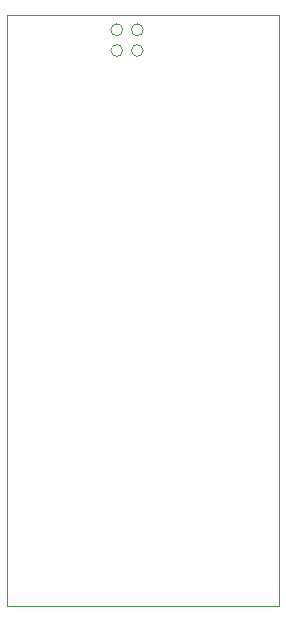
<source format=gm1>
G04 #@! TF.FileFunction,Profile,NP*
%FSLAX46Y46*%
G04 Gerber Fmt 4.6, Leading zero omitted, Abs format (unit mm)*
G04 Created by KiCad (PCBNEW 4.0.6+dfsg1-1) date Thu Dec 21 22:59:20 2017*
%MOMM*%
%LPD*%
G01*
G04 APERTURE LIST*
%ADD10C,0.100000*%
G04 APERTURE END LIST*
D10*
X56850000Y-75850000D02*
G75*
G03X56850000Y-75850000I-500000J0D01*
G01*
X56850000Y-77600000D02*
G75*
G03X56850000Y-77600000I-500000J0D01*
G01*
X70100000Y-74600000D02*
X70100000Y-124600000D01*
X47100000Y-74600000D02*
X70100000Y-74600000D01*
X70100000Y-124600000D02*
X47100000Y-124600000D01*
X58600000Y-77600000D02*
G75*
G03X58600000Y-77600000I-500000J0D01*
G01*
X58600000Y-75850000D02*
G75*
G03X58600000Y-75850000I-500000J0D01*
G01*
X47100000Y-124600000D02*
X47100000Y-74600000D01*
M02*

</source>
